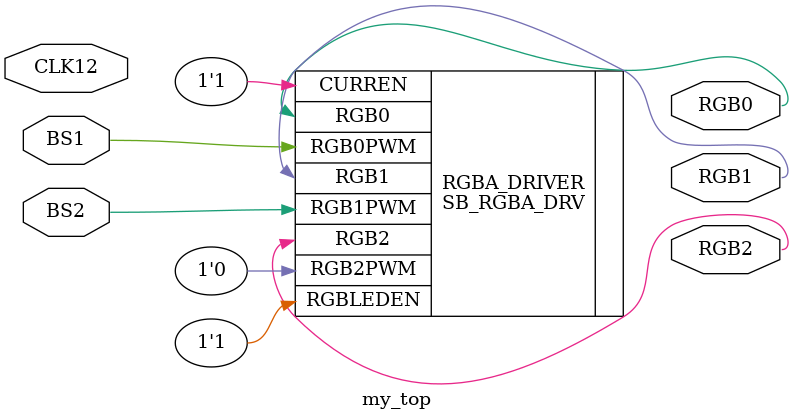
<source format=v>
/*
 *	(C) 2022 J. R. Sharp
 *
 *	Top level for ulx3s board
 *
 *	See LICENSE.txt for software license
 */

//`define TEST_GENERATOR

module my_top (
	input	CLK12,

	input BS1,
	input BS2,
	
	output RGB0,
	output RGB1,
	output RGB2
);

wire clk;

SB_RGBA_DRV RGBA_DRIVER (
  .CURREN(1'b1),
  .RGBLEDEN(1'b1),
  .RGB0PWM(BS1),
  .RGB1PWM(BS2),
  .RGB2PWM(1'b0),
  .RGB0(RGB0),
  .RGB1(RGB1),
  .RGB2(RGB2)
);

defparam RGBA_DRIVER.CURRENT_MODE = "0b1";
defparam RGBA_DRIVER.RGB0_CURRENT = "0b000111";
defparam RGBA_DRIVER.RGB1_CURRENT = "0b000111";
defparam RGBA_DRIVER.RGB2_CURRENT = "0b000111";

endmodule

</source>
